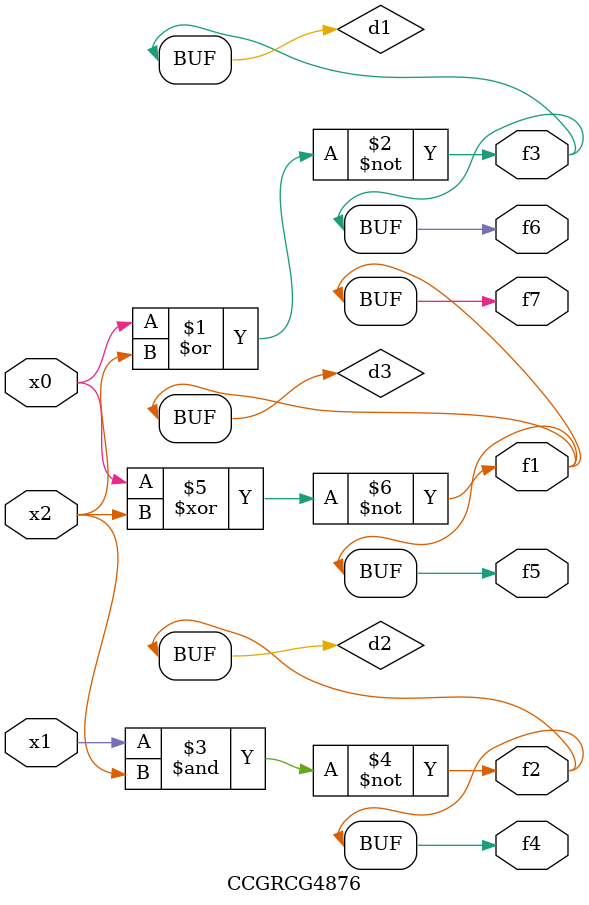
<source format=v>
module CCGRCG4876(
	input x0, x1, x2,
	output f1, f2, f3, f4, f5, f6, f7
);

	wire d1, d2, d3;

	nor (d1, x0, x2);
	nand (d2, x1, x2);
	xnor (d3, x0, x2);
	assign f1 = d3;
	assign f2 = d2;
	assign f3 = d1;
	assign f4 = d2;
	assign f5 = d3;
	assign f6 = d1;
	assign f7 = d3;
endmodule

</source>
